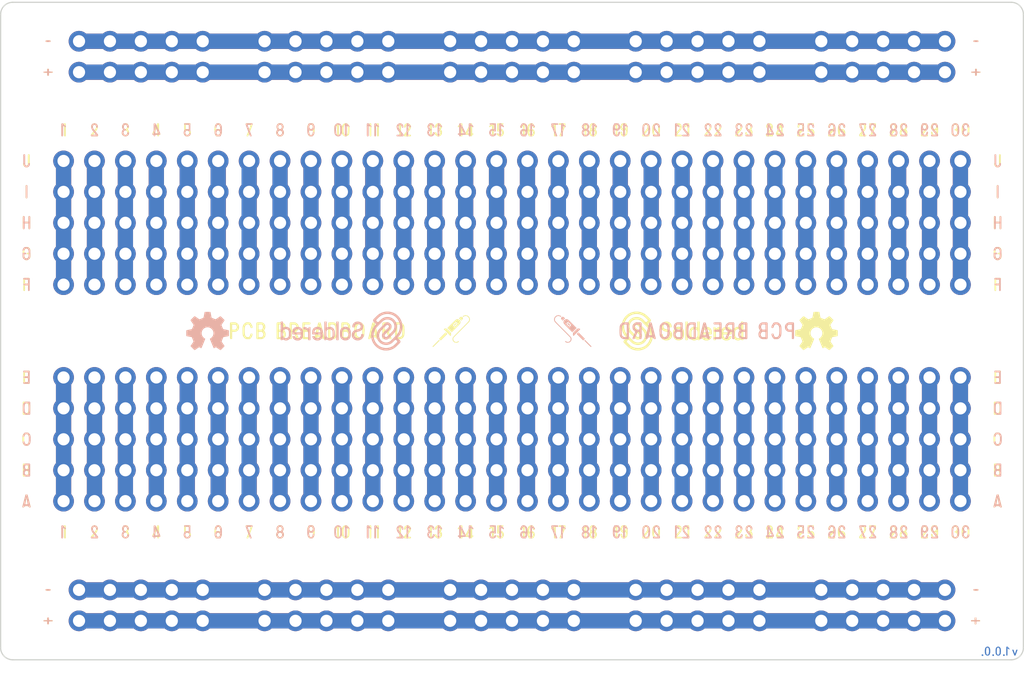
<source format=kicad_pcb>
(kicad_pcb (version 20210126) (generator pcbnew)
  (layers (0 "F.Cu" signal) (31 "B.Cu" signal) (34 "B.Paste" user) (35 "F.Paste" user) (36 "B.SilkS" user "B.Silkscreen") (37 "F.SilkS" user "F.Silkscreen") (38 "B.Mask" user) (39 "F.Mask" user) (44 "Edge.Cuts" user))
  (net 0 "")
  (net 1 "Net-(K1-Pad1)")
  (net 2 "Net-(K25-Pad1)")
  (net 3 "Net-(K10-Pad1)")
  (net 4 "Net-(K11-Pad1)")
  (net 5 "Net-(K12-Pad1)")
  (net 6 "Net-(K13-Pad1)")
  (net 7 "Net-(K14-Pad1)")
  (net 8 "Net-(K15-Pad1)")
  (net 9 "Net-(K16-Pad1)")
  (net 10 "Net-(K17-Pad1)")
  (net 11 "Net-(K18-Pad1)")
  (net 12 "Net-(K19-Pad1)")
  (net 13 "Net-(K20-Pad1)")
  (net 14 "Net-(K21-Pad1)")
  (net 15 "Net-(K22-Pad1)")
  (net 16 "Net-(K23-Pad1)")
  (net 17 "Net-(K24-Pad1)")
  (net 18 "Net-(K29-Pad1)")
  (net 19 "Net-(K30-Pad1)")
  (net 20 "Net-(K31-Pad1)")
  (net 21 "Net-(K32-Pad1)")
  (net 22 "Net-(K33-Pad1)")
  (net 23 "Net-(K34-Pad1)")
  (net 24 "Net-(K35-Pad1)")
  (net 25 "Net-(K36-Pad1)")
  (net 26 "Net-(K39-Pad1)")
  (net 27 "Net-(K40-Pad1)")
  (net 28 "Net-(K41-Pad1)")
  (net 29 "Net-(K42-Pad1)")
  (net 30 "Net-(K45-Pad1)")
  (net 31 "Net-(K46-Pad1)")
  (net 32 "Net-(K47-Pad1)")
  (net 33 "Net-(K48-Pad1)")
  (net 34 "Net-(K49-Pad1)")
  (net 35 "Net-(K50-Pad1)")
  (net 36 "Net-(K51-Pad1)")
  (net 37 "Net-(K52-Pad1)")
  (net 38 "Net-(K57-Pad1)")
  (net 39 "Net-(K58-Pad1)")
  (net 40 "Net-(K59-Pad1)")
  (net 41 "Net-(K60-Pad1)")
  (net 42 "Net-(K61-Pad1)")
  (net 43 "Net-(K62-Pad1)")
  (net 44 "Net-(K63-Pad1)")
  (net 45 "Net-(K64-Pad1)")
  (net 46 "Net-(K65-Pad1)")
  (net 47 "Net-(K66-Pad1)")
  (net 48 "Net-(K67-Pad1)")
  (net 49 "Net-(K68-Pad1)")
  (net 50 "Net-(K76-Pad1)")
  (net 51 "Net-(K26-Pad1)")
  (net 52 "Net-(K27-Pad1)")
  (net 53 "Net-(K28-Pad1)")
  (net 54 "Net-(K37-Pad1)")
  (net 55 "Net-(K38-Pad1)")
  (net 56 "Net-(K43-Pad1)")
  (net 57 "Net-(K44-Pad1)")
  (net 58 "Net-(K53-Pad1)")
  (net 59 "Net-(K54-Pad1)")
  (net 60 "Net-(K55-Pad1)")
  (net 61 "Net-(K56-Pad1)")
  (net 62 "Net-(K69-Pad1)")
  (net 63 "Net-(K70-Pad1)")
  (net 64 "Net-(K71-Pad1)")
  (footprint "e-radionica.com footprinti:HEADER_MALE_5X1" (layer "F.Cu") (at 139.79 134.29 90)
    (fp_text reference "K59")
    (fp_text value "HEADER_MALE_5X1")
  )
  (footprint "e-radionica.com footprinti:HEADER_MALE_5X1" (layer "F.Cu") (at 137.25 116.51 90)
    (fp_text reference "K28")
    (fp_text value "HEADER_MALE_5X1")
  )
  (footprint "buzzardLabel" (layer "F.Cu") (at 132.17 108.89)
    (fp_text reference "")
    (fp_text value "")
  )
  (footprint "buzzardLabel" (layer "F.Cu") (at 160.11 108.89)
    (fp_text reference "")
    (fp_text value "")
  )
  (footprint "buzzardLabel" (layer "F.Cu") (at 139.79 141.91)
    (fp_text reference "")
    (fp_text value "")
  )
  (footprint "e-radionica.com footprinti:HEADER_MALE_5X1" (layer "F.Cu") (at 142.33 116.51 90)
    (fp_text reference "K30")
    (fp_text value "HEADER_MALE_5X1")
  )
  (footprint "buzzardLabel" (layer "F.Cu") (at 92.8 101.6)
    (fp_text reference "")
    (fp_text value "")
  )
  (footprint "e-radionica.com footprinti:HEADER_MALE_5X1" (layer "F.Cu") (at 165.19 116.51 90)
    (fp_text reference "K39")
    (fp_text value "HEADER_MALE_5X1")
  )
  (footprint "buzzardLabel" (layer "F.Cu") (at 99.15 141.91)
    (fp_text reference "")
    (fp_text value "")
  )
  (footprint "e-radionica.com footprinti:HEADER_MALE_5X1" (layer "F.Cu") (at 149.95 134.29 90)
    (fp_text reference "K63")
    (fp_text value "HEADER_MALE_5X1")
  )
  (footprint "e-radionica.com footprinti:HEADER_MALE_5X1" (layer "F.Cu") (at 106.77 134.29 90)
    (fp_text reference "K46")
    (fp_text value "HEADER_MALE_5X1")
  )
  (footprint "e-radionica.com footprinti:HEADER_MALE_5X1" (layer "F.Cu") (at 155.03 116.51 90)
    (fp_text reference "K35")
    (fp_text value "HEADER_MALE_5X1")
  )
  (footprint "buzzardLabel" (layer "F.Cu") (at 165.19 108.89)
    (fp_text reference "")
    (fp_text value "")
  )
  (footprint "buzzardLabel" (layer "F.Cu") (at 168.97 149.2)
    (fp_text reference "")
    (fp_text value "")
  )
  (footprint "e-radionica.com footprinti:HEADER_MALE_5X1" (layer "F.Cu") (at 101.69 116.51 90)
    (fp_text reference "K14")
    (fp_text value "HEADER_MALE_5X1")
  )
  (footprint "buzzardLabel" (layer "F.Cu") (at 109.31 108.89)
    (fp_text reference "")
    (fp_text value "")
  )
  (footprint "buzzardLabel" (layer "F.Cu") (at 139.79 108.89)
    (fp_text reference "")
    (fp_text value "")
  )
  (footprint "e-radionica.com footprinti:HEADER_MALE_5X1" (layer "F.Cu") (at 146.14 104.14)
    (fp_text reference "K9")
    (fp_text value "HEADER_MALE_5X1")
  )
  (footprint "e-radionica.com footprinti:HEADER_MALE_5X1" (layer "F.Cu") (at 109.31 134.29 90)
    (fp_text reference "K47")
    (fp_text value "HEADER_MALE_5X1")
  )
  (footprint "e-radionica.com footprinti:HEADER_MALE_5X1" (layer "F.Cu") (at 132.17 134.29 90)
    (fp_text reference "K56")
    (fp_text value "HEADER_MALE_5X1")
  )
  (footprint "buzzardLabel" (layer "F.Cu") (at 91.022 131.75)
    (fp_text reference "")
    (fp_text value "")
  )
  (footprint "e-radionica.com footprinti:HEADER_MALE_5X1" (layer "F.Cu") (at 147.41 116.51 90)
    (fp_text reference "K32")
    (fp_text value "HEADER_MALE_5X1")
  )
  (footprint "e-radionica.com footprinti:HEADER_MALE_5X1" (layer "F.Cu") (at 127.09 134.29 90)
    (fp_text reference "K54")
    (fp_text value "HEADER_MALE_5X1")
  )
  (footprint "buzzardLabel" (layer "F.Cu") (at 92.8 146.66)
    (fp_text reference "")
    (fp_text value "")
  )
  (footprint "buzzardLabel" (layer "F.Cu") (at 91.022 116.51)
    (fp_text reference "")
    (fp_text value "")
  )
  (footprint "Soldered Graphics:Logo-Front-SolderedFULL-10mm" (layer "F.Cu") (at 144.9 125.4)
    (fp_text reference "G***" hide)
    (fp_text value "LOGO" hide)
  )
  (footprint "e-radionica.com footprinti:HEADER_MALE_5X1" (layer "F.Cu") (at 132.17 116.51 90)
    (fp_text reference "K26")
    (fp_text value "HEADER_MALE_5X1")
  )
  (footprint "buzzardLabel" (layer "F.Cu") (at 165.19 141.91)
    (fp_text reference "")
    (fp_text value "")
  )
  (footprint "e-radionica.com footprinti:HEADER_MALE_5X1" (layer "F.Cu") (at 111.85 116.51 90)
    (fp_text reference "K18")
    (fp_text value "HEADER_MALE_5X1")
  )
  (footprint "buzzardLabel" (layer "F.Cu") (at 169 101.6)
    (fp_text reference "")
    (fp_text value "")
  )
  (footprint "e-radionica.com footprinti:HEADER_MALE_5X1" (layer "F.Cu") (at 101.69 134.29 90)
    (fp_text reference "K44")
    (fp_text value "HEADER_MALE_5X1")
  )
  (footprint "buzzardLabel" (layer "F.Cu") (at 167.73 141.91)
    (fp_text reference "")
    (fp_text value "")
  )
  (footprint "buzzardLabel" (layer "F.Cu") (at 147.41 141.91)
    (fp_text reference "")
    (fp_text value "")
  )
  (footprint "buzzardLabel" (layer "F.Cu") (at 114.39 108.89)
    (fp_text reference "")
    (fp_text value "")
  )
  (footprint "buzzardLabel" (layer "F.Cu") (at 91.022 121.59)
    (fp_text reference "")
    (fp_text value "")
  )
  (footprint "buzzardLabel" (layer "F.Cu") (at 111.85 108.89)
    (fp_text reference "")
    (fp_text value "")
  )
  (footprint "buzzardLabel" (layer "F.Cu") (at 109.31 141.91)
    (fp_text reference "")
    (fp_text value "")
  )
  (footprint "buzzardLabel" (layer "F.Cu") (at 170.778 113.97)
    (fp_text reference "")
    (fp_text value "")
  )
  (footprint "buzzardLabel" (layer "F.Cu") (at 129.63 141.91)
    (fp_text reference "")
    (fp_text value "")
  )
  (footprint "e-radionica.com footprinti:HEADER_MALE_5X1" (layer "F.Cu") (at 104.23 116.51 90)
    (fp_text reference "K15")
    (fp_text value "HEADER_MALE_5X1")
  )
  (footprint "buzzardLabel" (layer "F.Cu") (at 149.95 141.91)
    (fp_text reference "")
    (fp_text value "")
  )
  (footprint "Soldered Graphics:Logo-Back-OSH-3.5mm" (layer "F.Cu") (at 105.9 125.4)
    (fp_text reference "G***" hide)
    (fp_text value "LOGO" hide)
  )
  (footprint "e-radionica.com footprinti:HEADER_MALE_5X1" (layer "F.Cu") (at 115.66 101.6)
    (fp_text reference "K2")
    (fp_text value "HEADER_MALE_5X1")
  )
  (footprint "e-radionica.com footprinti:HOLE_3.2mm" (layer "F.Cu") (at 98.9 125.4)
    (fp_text reference "H1" hide)
    (fp_text value "HOLE_3.2mm" hide)
  )
  (footprint "e-radionica.com footprinti:HEADER_MALE_5X1" (layer "F.Cu") (at 106.77 116.51 90)
    (fp_text reference "K16")
    (fp_text value "HEADER_MALE_5X1")
  )
  (footprint "e-radionica.com footprinti:HEADER_MALE_5X1" (layer "F.Cu") (at 99.15 116.51 90)
    (fp_text reference "K13")
    (fp_text value "HEADER_MALE_5X1")
  )
  (footprint "buzzardLabel" (layer "F.Cu") (at 124.55 141.91)
    (fp_text reference "")
    (fp_text value "")
  )
  (footprint "e-radionica.com footprinti:HOLE_3.2mm" (layer "F.Cu") (at 130.9 125.4)
    (fp_text reference "H3" hide)
    (fp_text value "HOLE_3.2mm" hide)
  )
  (footprint "buzzardLabel" (layer "F.Cu") (at 92.8 104.14)
    (fp_text reference "")
    (fp_text value "")
  )
  (footprint "buzzardLabel" (layer "F.Cu") (at 96.61 108.89)
    (fp_text reference "")
    (fp_text value "")
  )
  (footprint "buzzardLabel" (layer "F.Cu") (at 142.33 141.91)
    (fp_text reference "")
    (fp_text value "")
  )
  (footprint "buzzardLabel" (layer "F.Cu") (at 132.17 141.91)
    (fp_text reference "")
    (fp_text value "")
  )
  (footprint "buzzardLabel" (layer "F.Cu") (at 101.69 141.91)
    (fp_text reference "")
    (fp_text value "")
  )
  (footprint "e-radionica.com footprinti:HEADER_MALE_5X1" (layer "F.Cu") (at 160.11 116.51 90)
    (fp_text reference "K37")
    (fp_text value "HEADER_MALE_5X1")
  )
  (footprint "Soldered Graphics:Logo-Back-SolderedFULL-10mm" (layer "F.Cu") (at 116.9 125.4)
    (fp_text reference "G***" hide)
    (fp_text value "LOGO" hide)
  )
  (footprint "e-radionica.com footprinti:HEADER_MALE_5X1" (layer "F.Cu") (at 130.9 101.6)
    (fp_text reference "K3")
    (fp_text value "HEADER_MALE_5X1")
  )
  (footprint "buzzardLabel" (layer "F.Cu") (at 155.03 141.91)
    (fp_text reference "")
    (fp_text value "")
  )
  (footprint "e-radionica.com footprinti:HEADER_MALE_5X1" (layer "F.Cu") (at 130.9 146.66)
    (fp_text reference "K73")
    (fp_text value "HEADER_MALE_5X1")
  )
  (footprint "e-radionica.com footprinti:HEADER_MALE_5X1" (layer "F.Cu") (at 161.38 149.2)
    (fp_text reference "K80")
    (fp_text value "HEADER_MALE_5X1")
  )
  (footprint "e-radionica.com footprinti:HEADER_MALE_5X1" (layer "F.Cu") (at 124.55 116.51 90)
    (fp_text reference "K23")
    (fp_text value "HEADER_MALE_5X1")
  )
  (footprint "e-radionica.com footprinti:HEADER_MALE_5X1" (layer "F.Cu") (at 162.65 134.29 90)
    (fp_text reference "K68")
    (fp_text value "HEADER_MALE_5X1")
  )
  (footprint "e-radionica.com footprinti:HEADER_MALE_5X1" (layer "F.Cu") (at 161.38 101.6)
    (fp_text reference "K5")
    (fp_text value "HEADER_MALE_5X1")
  )
  (footprint "e-radionica.com footprinti:HEADER_MALE_5X1" (layer "F.Cu") (at 134.71 116.51 90)
    (fp_text reference "K27")
    (fp_text value "HEADER_MALE_5X1")
  )
  (footprint "buzzardLabel" (layer "F.Cu") (at 157.57 108.89)
    (fp_text reference "")
    (fp_text value "")
  )
  (footprint "e-radionica.com footprinti:HEADER_MALE_5X1" (layer "F.Cu") (at 152.49 134.29 90)
    (fp_text reference "K64")
    (fp_text value "HEADER_MALE_5X1")
  )
  (footprint "buzzardLabel" (layer "F.Cu") (at 170.778 116.51)
    (fp_text reference "")
    (fp_text value "")
  )
  (footprint "buzzardLabel" (layer "F.Cu") (at 169 146.66)
    (fp_text reference "")
    (fp_text value "")
  )
  (footprint "e-radionica.com footprinti:HEADER_MALE_5X1" (layer "F.Cu") (at 129.63 116.51 90)
    (fp_text reference "K25")
    (fp_text value "HEADER_MALE_5X1")
  )
  (footprint "buzzardLabel" (layer "F.Cu") (at 106.77 141.91)
    (fp_text reference "")
    (fp_text value "")
  )
  (footprint "e-radionica.com footprinti:HEADER_MALE_5X1" (layer "F.Cu") (at 157.57 116.51 90)
    (fp_text reference "K36")
    (fp_text value "HEADER_MALE_5X1")
  )
  (footprint "buzzardLabel" (layer "F.Cu") (at 147.41 108.89)
    (fp_text reference "")
    (fp_text value "")
  )
  (footprint "e-radionica.com footprinti:HEADER_MALE_5X1" (layer "F.Cu") (at 119.47 116.51 90)
    (fp_text reference "K21")
    (fp_text value "HEADER_MALE_5X1")
  )
  (footprint "buzzardLabel" (layer "F.Cu") (at 91.022 129.21)
    (fp_text reference "")
    (fp_text value "")
  )
  (footprint "buzzardLabel" (layer "F.Cu") (at 91.022 134.29)
    (fp_text reference "")
    (fp_text value "")
  )
  (footprint "buzzardLabel" (layer "F.Cu") (at 160.11 141.91)
    (fp_text reference "")
    (fp_text value "")
  )
  (footprint "e-radionica.com footprinti:HEADER_MALE_5X1" (layer "F.Cu") (at 100.42 101.6)
    (fp_text reference "K1")
    (fp_text value "HEADER_MALE_5X1")
  )
  (footprint "e-radionica.com footprinti:HEADER_MALE_5X1" (layer "F.Cu") (at 146.14 149.2)
    (fp_text reference "K79")
    (fp_text value "HEADER_MALE_5X1")
  )
  (footprint "e-radionica.com footprinti:HEADER_MALE_5X1" (layer "F.Cu") (at 100.42 104.14)
    (fp_text reference "K6")
    (fp_text value "HEADER_MALE_5X1")
  )
  (footprint "buzzardLabel" (layer "F.Cu") (at 170.778 131.75)
    (fp_text reference "")
    (fp_text value "")
  )
  (footprint "buzzardLabel" (layer "F.Cu") (at 149.95 108.89)
    (fp_text reference "")
    (fp_text value "")
  )
  (footprint "e-radionica.com footprinti:HEADER_MALE_5X1" (layer "F.Cu") (at 119.47 134.29 90)
    (fp_text reference "K51")
    (fp_text value "HEADER_MALE_5X1")
  )
  (footprint "e-radionica.com footprinti:HEADER_MALE_5X1" (layer "F.Cu") (at 94.07 134.29 90)
    (fp_text reference "K41")
    (fp_text value "HEADER_MALE_5X1")
  )
  (footprint "e-radionica.com footprinti:HEADER_MALE_5X1" (layer "F.Cu") (at 104.23 134.29 90)
    (fp_text reference "K45")
    (fp_text value "HEADER_MALE_5X1")
  )
  (footprint "buzzardLabel" (layer "F.Cu") (at 122.01 108.89)
    (fp_text reference "")
    (fp_text value "")
  )
  (footprint "e-radionica.com footprinti:HEADER_MALE_5X1" (layer "F.Cu") (at 167.73 116.51 90)
    (fp_text reference "K40")
    (fp_text value "HEADER_MALE_5X1")
  )
  (footprint "Soldered Graphics:Logo-Front-OSH-3.5mm" (layer "F.Cu") (at 155.9 125.4)
    (fp_text reference "G***" hide)
    (fp_text value "LOGO" hide)
  )
  (footprint "e-radionica.com footprinti:HOLE_3.2mm" (layer "F.Cu") (at 162.9 125.4)
    (fp_text reference "H2" hide)
    (fp_text value "HOLE_3.2mm" hide)
  )
  (footprint "buzzardLabel" (layer "F.Cu") (at 129.63 108.89)
    (fp_text reference "")
    (fp_text value "")
  )
  (footprint "e-radionica.com footprinti:HEADER_MALE_5X1" (layer "F.Cu") (at 94.07 116.51 90)
    (fp_text reference "K11")
    (fp_text value "HEADER_MALE_5X1")
  )
  (footprint "e-radionica.com footprinti:HEADER_MALE_5X1" (layer "F.Cu") (at 144.87 116.51 90)
    (fp_text reference "K31")
    (fp_text value "HEADER_MALE_5X1")
  )
  (footprint "Soldered Graphics:Symbol-Front-Soldering" (layer "F.Cu") (at 125.9 125.4)
    (fp_text reference "G***" hide)
    (fp_text value "LOGO" hide)
  )
  (footprint "buzzardLabel" (layer "F.Cu") (at 170.778 129.21)
    (fp_text reference "")
    (fp_text value "")
  )
  (footprint "e-radionica.com footprinti:HEADER_MALE_5X1" (layer "F.Cu") (at 99.15 134.29 90)
    (fp_text reference "K43")
    (fp_text value "HEADER_MALE_5X1")
  )
  (footprint "buzzardLabel" (layer "F.Cu") (at 116.93 108.89)
    (fp_text reference "")
    (fp_text value "")
  )
  (footprint "e-radionica.com footprinti:HEADER_MALE_5X1" (layer "F.Cu") (at 115.66 146.66)
    (fp_text reference "K72")
    (fp_text value "HEADER_MALE_5X1")
  )
  (footprint "e-radionica.com footprinti:HEADER_MALE_5X1" (layer "F.Cu") (at 149.95 116.51 90)
    (fp_text reference "K33")
    (fp_text value "HEADER_MALE_5X1")
  )
  (footprint "buzzardLabel" (layer "F.Cu") (at 152.49 141.91)
    (fp_text reference "")
    (fp_text value "")
  )
  (footprint "buzzardLabel" (layer "F.Cu") (at 92.8 149.2)
    (fp_text reference "")
    (fp_text value "")
  )
  (footprint "buzzardLabel" (layer "F.Cu") (at 119.47 141.91)
    (fp_text reference "")
    (fp_text value "")
  )
  (footprint "buzzardLabel" (layer "F.Cu") (at 111.85 141.91)
    (fp_text reference "")
    (fp_text value "")
  )
  (footprint "e-radionica.com footprinti:HEADER_MALE_5X1" (layer "F.Cu") (at 129.63 134.29 90)
    (fp_text reference "K55")
    (fp_text value "HEADER_MALE_5X1")
  )
  (footprint "e-radionica.com footprinti:HEADER_MALE_5X1" (layer "F.Cu") (at 124.55 134.29 90)
    (fp_text reference "K53")
    (fp_text value "HEADER_MALE_5X1")
  )
  (footprint "buzzardLabel" (layer "F.Cu") (at 127.09 108.89)
    (fp_text reference "")
    (fp_text value "")
  )
  (footprint "e-radionica.com footprinti:HEADER_MALE_5X1" (layer "F.Cu") (at 134.71 134.29 90)
    (fp_text reference "K57")
    (fp_text value "HEADER_MALE_5X1")
  )
  (footprint "buzzardLabel" (layer "F.Cu") (at 170.778 121.59)
    (fp_text reference "")
    (fp_text value "")
  )
  (footprint "e-radionica.com footprinti:HEADER_MALE_5X1" (layer "F.Cu") (at 161.38 104.14)
    (fp_text reference "K10")
    (fp_text value "HEADER_MALE_5X1")
  )
  (footprint "buzzardLabel" (layer "F.Cu") (at 170.778 139.37)
    (fp_text reference "")
    (fp_text value "")
  )
  (footprint "e-radionica.com footprinti:HEADER_MALE_5X1" (layer "F.Cu") (at 130.9 104.14)
    (fp_text reference "K8")
    (fp_text value "HEADER_MALE_5X1")
  )
  (footprint "buzzardLabel" (layer "F.Cu") (at 101.69 108.89)
    (fp_text reference "")
    (fp_text value "")
  )
  (footprint "e-radionica.com footprinti:HEADER_MALE_5X1" (layer "F.Cu") (at 115.66 104.14)
    (fp_text reference "K7")
    (fp_text value "HEADER_MALE_5X1")
  )
  (footprint "e-radionica.com footprinti:HEADER_MALE_5X1" (layer "F.Cu") (at 127.09 116.51 90)
    (fp_text reference "K24")
    (fp_text value "HEADER_MALE_5X1")
  )
  (footprint "e-radionica.com footprinti:HEADER_MALE_5X1" (layer "F.Cu") (at 114.39 116.51 90)
    (fp_text reference "K19")
    (fp_text value "HEADER_MALE_5X1")
  )
  (footprint "e-radionica.com footprinti:HEADER_MALE_5X1" (layer "F.Cu") (at 114.39 134.29 90)
    (fp_text reference "K49")
    (fp_text value "HEADER_MALE_5X1")
  )
  (footprint "buzzardLabel" (layer "F.Cu") (at 124.55 108.89)
    (fp_text reference "")
    (fp_text value "")
  )
  (footprint "buzzardLabel" (layer "F.Cu") (at 94.07 141.91)
    (fp_text reference "")
    (fp_text value "")
  )
  (footprint "buzzardLabel" (layer "F.Cu") (at 170.778 119.05)
    (fp_text reference "")
    (fp_text value "")
  )
  (footprint "buzzardLabel" (layer "F.Cu") (at 91.022 136.83)
    (fp_text reference "")
    (fp_text value "")
  )
  (footprint "buzzardLabel" (layer "F.Cu") (at 134.71 108.89)
    (fp_text reference "")
    (fp_text value "")
  )
  (footprint "e-radionica.com footprinti:HEADER_MALE_5X1" (layer "F.Cu") (at 167.73 134.29 90)
    (fp_text reference "K70")
    (fp_text value "HEADER_MALE_5X1")
  )
  (footprint "buzzardLabel" (layer "F.Cu") (at 169 104.14)
    (fp_text reference "")
    (fp_text value "")
  )
  (footprint "buzzardLabel" (layer "F.Cu") (at 91.022 139.37)
    (fp_text reference "")
    (fp_text value "")
  )
  (footprint "buzzardLabel" (layer "F.Cu") (at 91.022 111.43)
    (fp_text reference "")
    (fp_text value "")
  )
  (footprint "buzzardLabel" (layer "F.Cu") (at 170.778 136.83)
    (fp_text reference "")
    (fp_text value "")
  )
  (footprint "e-radionica.com footprinti:HEADER_MALE_5X1" (layer "F.Cu") (at 130.9 149.2)
    (fp_text reference "K78")
    (fp_text value "HEADER_MALE_5X1")
  )
  (footprint "buzzardLabel" (layer "F.Cu") (at 142.33 108.89)
    (fp_text reference "")
    (fp_text value "")
  )
  (footprint "buzzardLabel" (layer "F.Cu") (at 157.57 141.91)
    (fp_text reference "")
    (fp_text value "")
  )
  (footprint "buzzardLabel" (layer "F.Cu") (at 170.778 134.29)
    (fp_text reference "")
    (fp_text value "")
  )
  (footprint "buzzardLabel" (layer "F.Cu") (at 144.87 141.91)
    (fp_text reference "")
    (fp_text value "")
  )
  (footprint "e-radionica.com footprinti:HEADER_MALE_5X1" (layer "F.Cu") (at 100.42 146.66)
    (fp_text reference "K71")
    (fp_text value "HEADER_MALE_5X1")
  )
  (footprint "e-radionica.com footprinti:HEADER_MALE_5X1" (layer "F.Cu") (at 139.79 116.51 90)
    (fp_text reference "K29")
    (fp_text value "HEADER_MALE_5X1")
  )
  (footprint "e-radionica.com footprinti:HEADER_MALE_5X1" (layer "F.Cu") (at 144.87 134.29 90)
    (fp_text reference "K61")
    (fp_text value "HEADER_MALE_5X1")
  )
  (footprint "buzzardLabel" (layer "F.Cu") (at 114.39 141.91)
    (fp_text reference "")
    (fp_text value "")
  )
  (footprint "buzzardLabel" (layer "F.Cu") (at 114.9 125.4)
    (fp_text reference "")
    (fp_text value "")
  )
  (footprint "buzzardLabel" (layer "F.Cu") (at 96.61 141.91)
    (fp_text reference "")
    (fp_text value "")
  )
  (footprint "buzzardLabel" (layer "F.Cu") (at 144.87 108.89)
    (fp_text reference "")
    (fp_text value "")
  )
  (footprint "e-radionica.com footprinti:HEADER_MALE_5X1" (layer "F.Cu") (at 146.14 146.66)
    (fp_text reference "K74")
    (fp_text value "HEADER_MALE_5X1")
  )
  (footprint "e-radionica.com footprinti:HEADER_MALE_5X1" (layer "F.Cu") (at 161.38 146.66)
    (fp_text reference "K75")
    (fp_text value "HEADER_MALE_5X1")
  )
  (footprint "buzzardLabel" (layer "F.Cu") (at 106.77 108.89)
    (fp_text reference "")
    (fp_text value "")
  )
  (footprint "e-radionica.com footprinti:HEADER_MALE_5X1" (layer "F.Cu") (at 147.41 134.29 90)
    (fp_text reference "K62")
    (fp_text value "HEADER_MALE_5X1")
  )
  (footprint "e-radionica.com footprinti:HEADER_MALE_5X1" (layer "F.Cu") (at 142.33 134.29 90)
    (fp_text reference "K60")
    (fp_text value "HEADER_MALE_5X1")
  )
  (footprint "e-radionica.com footprinti:HEADER_MALE_5X1" (layer "F.Cu") (at 96.61 134.29 90)
    (fp_text reference "K42")
    (fp_text value "HEADER_MALE_5X1")
  )
  (footprint "buzzardLabel" (layer "F.Cu") (at 152.49 108.89)
    (fp_text reference "")
    (fp_text value "")
  )
  (footprint "e-radionica.com footprinti:HEADER_MALE_5X1" (layer "F.Cu") (at 137.25 134.29 90)
    (fp_text reference "K58")
    (fp_text value "HEADER_MALE_5X1")
  )
  (footprint "buzzardLabel" (layer "F.Cu") (at 119.47 108.89)
    (fp_text reference "")
    (fp_text value "")
  )
  (footprint "buzzardLabel" (layer "F.Cu") (at 99.15 108.89)
    (fp_text reference "")
    (fp_text value "")
  )
  (footprint "buzzardLabel" (layer "F.Cu") (at 162.65 108.89)
    (fp_text reference "")
    (fp_text value "")
  )
  (footprint "e-radionica.com footprinti:HEADER_MALE_5X1" (layer "F.Cu") (at 100.42 149.2)
    (fp_text reference "K76")
    (fp_text value "HEADER_MALE_5X1")
  )
  (footprint "e-radionica.com footprinti:HEADER_MALE_5X1" (layer "F.Cu") (at 109.31 116.51 90)
    (fp_text reference "K17")
    (fp_text value "HEADER_MALE_5X1")
  )
  (footprint "buzzardLabel" (layer "F.Cu") (at 91.022 119.05)
    (fp_text reference "")
    (fp_text value "")
  )
  (footprint "buzzardLabel" (layer "F.Cu") (at 127.09 141.91)
    (fp_text reference "")
    (fp_text value "")
  )
  (footprint "e-radionica.com footprinti:HEADER_MALE_5X1" (layer "F.Cu") (at 157.57 134.29 90)
    (fp_text reference "K66")
    (fp_text value "HEADER_MALE_5X1")
  )
  (footprint "e-radionica.com footprinti:HEADER_MALE_5X1" (layer "F.Cu") (at 152.49 116.51 90)
    (fp_text reference "K34")
    (fp_text value "HEADER_MALE_5X1")
  )
  (footprint "buzzardLabel" (layer "F.Cu") (at 116.93 141.91)
    (fp_text reference "")
    (fp_text value "")
  )
  (footprint "e-radionica.com footprinti:HEADER_MALE_5X1" (layer "F.Cu") (at 155.03 134.29 90)
    (fp_text reference "K65")
    (fp_text value "HEADER_MALE_5X1")
  )
  (footprint "e-radionica.com footprinti:HEADER_MALE_5X1" (layer "F.Cu") (at 146.14 101.6)
    (fp_text reference "K4")
    (fp_text value "HEADER_MALE_5X1")
  )
  (footprint "buzzardLabel" (layer "F.Cu") (at 122.01 141.91)
    (fp_text reference "")
    (fp_text value "")
  )
  (footprint "buzzardLabel" (layer "F.Cu") (at 134.71 141.91)
    (fp_text reference "")
    (fp_text value "")
  )
  (footprint "buzzardLabel" (layer "F.Cu") (at 167.73 108.89)
    (fp_text reference "")
    (fp_text value "")
  )
  (footprint "buzzardLabel" (layer "F.Cu") (at 104.23 141.91)
    (fp_text reference "")
    (fp_text value "")
  )
  (footprint "e-radionica.com footprinti:HEADER_MALE_5X1" (layer "F.Cu") (at 165.19 134.29 90)
    (fp_text reference "K69")
    (fp_text value "HEADER_MALE_5X1")
  )
  (footprint "e-radionica.com footprinti:HEADER_MALE_5X1" (layer "F.Cu") (at 122.01 116.51 90)
    (fp_text reference "K22")
    (fp_text value "HEADER_MALE_5X1")
  )
  (footprint "e-radionica.com footprinti:HEADER_MALE_5X1" (layer "F.Cu") (at 160.11 134.29 90)
    (fp_text reference "K67")
    (fp_text value "HEADER_MALE_5X1")
  )
  (footprint "e-radionica.com footprinti:HEADER_MALE_5X1" (layer "F.Cu") (at 96.61 116.51 90)
    (fp_text reference "K12")
    (fp_text value "HEADER_MALE_5X1")
  )
  (footprint "e-radionica.com footprinti:HEADER_MALE_5X1" (layer "F.Cu") (at 116.93 134.29 90)
    (fp_text reference "K50")
    (fp_text value "HEADER_MALE_5X1")
  )
  (footprint "e-radionica.com footprinti:HEADER_MALE_5X1" (layer "F.Cu") (at 162.65 116.51 90)
    (fp_text reference "K38")
    (fp_text value "HEADER_MALE_5X1")
  )
  (footprint "buzzardLabel" (layer "F.Cu") (at 155.03 108.89)
    (fp_text reference "")
    (fp_text value "")
  )
  (footprint "e-radionica.com footprinti:HEADER_MALE_5X1" (layer "F.Cu") (at 116.93 116.51 90)
    (fp_text reference "K20")
    (fp_text value "HEADER_MALE_5X1")
  )
  (footprint "e-radionica.com footprinti:HEADER_MALE_5X1" (layer "F.Cu") (at 111.85 134.29 90)
    (fp_text reference "K48")
    (fp_text value "HEADER_MALE_5X1")
  )
  (footprint "buzzardLabel" (layer "F.Cu") (at 137.25 108.89)
    (fp_text reference "")
    (fp_text value "")
  )
  (footprint "buzzardLabel" (layer "F.Cu") (at 162.65 141.91)
    (fp_text reference "")
    (fp_text value "")
  )
  (footprint "buzzardLabel" (layer "F.Cu") (at 104.23 108.89)
    (fp_text reference "")
    (fp_text value "")
  )
  (footprint "buzzardLabel" (layer "F.Cu") (at 170.778 111.43)
    (fp_text reference "")
    (fp_text value "")
  )
  (footprint "buzzardLabel" (layer "F.Cu") (at 137.25 141.91)
    (fp_text reference "")
    (fp_text value "")
  )
  (footprint "e-radionica.com footprinti:HEADER_MALE_5X1" (layer "F.Cu") (at 115.66 149.2)
    (fp_text reference "K77")
    (fp_text value "HEADER_MALE_5X1")
  )
  (footprint "buzzardLabel" (layer "F.Cu") (at 94.07 108.89)
    (fp_text reference "")
    (fp_text value "")
  )
  (footprint "e-radionica.com footprinti:HEADER_MALE_5X1" (layer "F.Cu") (at 122.01 134.29 90)
    (fp_text reference "K52")
    (fp_text value "HEADER_MALE_5X1")
  )
  (footprint "buzzardLabel" (layer "F.Cu") (at 91.022 113.97)
    (fp_text reference "")
    (fp_text value "")
  )
  (footprint "buzzardLabel" (layer "B.Cu") (at 142.33 108.89 180)
    (fp_text reference "")
    (fp_text value "")
  )
  (footprint "buzzardLabel" (layer "B.Cu") (at 101.69 141.91 180)
    (fp_text reference "")
    (fp_text value "")
  )
  (footprint "buzzardLabel" (layer "B.Cu") (at 170.788 121.59 180)
    (fp_text reference "")
    (fp_text value "")
  )
  (footprint "buzzardLabel" (layer "B.Cu") (at 168.97 149.2 180)
    (fp_text reference "")
    (fp_text value "")
  )
  (footprint "buzzardLabel" (layer "B.Cu") (at 155.03 108.89 180)
    (fp_text reference "")
    (fp_text value "")
  )
  (footprint "buzzardLabel" (layer "B.Cu") (at 106.77 108.89 180)
    (fp_text reference "")
    (fp_text value "")
  )
  (footprint "buzzardLabel" (layer "B.Cu") (at 157.57 108.89 180)
    (fp_text reference "")
    (fp_text value "")
  )
  (footprint "buzzardLabel" (layer "B.Cu") (at 91.032 111.43 180)
    (fp_text reference "")
    (fp_text value "")
  )
  (footprint "buzzardLabel" (layer "B.Cu") (at 157.57 141.91 180)
    (fp_text reference "")
    (fp_text value "")
  )
  (footprint "buzzardLabel" (layer "B.Cu") (at 142.33 141.91 180)
    (fp_text reference "")
    (fp_text value "")
  )
  (footprint "buzzardLabel" (layer "B.Cu") (at 170.788 119.05 180)
    (fp_text reference "")
    (fp_text value "")
  )
  (footprint "buzzardLabel" (layer "B.Cu") (at 111.85 141.91 180)
    (fp_text reference "")
    (fp_text value "")
  )
  (footprint "buzzardLabel" (layer "B.Cu") (at 109.31 141.91 180)
    (fp_text reference "")
    (fp_text value "")
  )
  (footprint "buzzardLabel" (layer "B.Cu") (at 169 146.66 180)
    (fp_text reference "")
    (fp_text value "")
  )
  (footprint "buzzardLabel" (layer "B.Cu") (at 99.15 108.89 180)
    (fp_text reference "")
    (fp_text value "")
  )
  (footprint "buzzardLabel" (layer "B.Cu") (at 101.69 108.89 180)
    (fp_text reference "")
    (fp_text value "")
  )
  (footprint "buzzardLabel" (layer "B.Cu") (at 147.41 141.91 180)
    (fp_text reference "")
    (fp_text value "")
  )
  (footprint "buzzardLabel" (layer "B.Cu") (at 94.07 141.91 180)
    (fp_text reference "")
    (fp_text value "")
  )
  (footprint "buzzardLabel" (layer "B.Cu") (at 160.11 108.89 180)
    (fp_text reference "")
    (fp_text value "")
  )
  (footprint "buzzardLabel" (layer "B.Cu") (at 165.19 141.91 180)
    (fp_text reference "")
    (fp_text value "")
  )
  (footprint "buzzardLabel" (layer "B.Cu") (at 109.31 108.89 180)
    (fp_text reference "")
    (fp_text value "")
  )
  (footprint "buzzardLabel" (layer "B.Cu") (at 170.788 134.29 180)
    (fp_text reference "")
    (fp_text value "")
  )
  (footprint "buzzardLabel" (layer "B.Cu") (at 116.93 141.91 180)
    (fp_text reference "")
    (fp_text value "")
  )
  (footprint "buzzardLabel" (layer "B.Cu") (at 91.032 129.21 180)
    (fp_text reference "")
    (fp_text value "")
  )
  (footprint "buzzardLabel" (layer "B.Cu") (at 170.788 113.97 180)
    (fp_text reference "")
    (fp_text value "")
  )
  (footprint "buzzardLabel" (layer "B.Cu") (at 92.8 149.2 180)
    (fp_text reference "")
    (fp_text value "")
  )
  (footprint "buzzardLabel" (layer "B.Cu") (at 169 101.6 180)
    (fp_text reference "")
    (fp_text value "")
  )
  (footprint "buzzardLabel" (layer "B.Cu") (at 162.65 108.89 180)
    (fp_text reference "")
    (fp_text value "")
  )
  (footprint "buzzardLabel" (layer "B.Cu") (at 92.8 146.66 180)
    (fp_text reference "")
    (fp_text value "")
  )
  (footprint "buzzardLabel" (layer "B.Cu") (at 137.25 141.91 180)
    (fp_text reference "")
    (fp_text value "")
  )
  (footprint "buzzardLabel" (layer "B.Cu") (at 104.23 108.89 180)
    (fp_text reference "")
    (fp_text value "")
  )
  (footprint "buzzardLabel" (layer "B.Cu") (at 170.788 139.37 180)
    (fp_text reference "")
    (fp_text value "")
  )
  (footprint "buzzardLabel" (layer "B.Cu") (at 96.61 108.89 180)
    (fp_text reference "")
    (fp_text value "")
  )
  (footprint "buzzardLabel" (layer "B.Cu") (at 139.79 141.91 180)
    (fp_text reference "")
    (fp_text value "")
  )
  (footprint "buzzardLabel" (layer "B.Cu") (at 147.41 108.89 180)
    (fp_text reference "")
    (fp_text value "")
  )
  (footprint "buzzardLabel" (layer "B.Cu") (at 149.95 108.89 180)
    (fp_text reference "")
    (fp_text value "")
  )
  (footprint "buzzardLabel" (layer "B.Cu") (at 134.71 108.89 180)
    (fp_text reference "")
    (fp_text value "")
  )
  (footprint "buzzardLabel" (layer "B.Cu") (at 155.03 141.91 180)
    (fp_text reference "")
    (fp_text value "")
  )
  (footprint "buzzardLabel" (layer "B.Cu") (at 127.09 141.91 180)
    (fp_text reference "")
    (fp_text value "")
  )
  (footprint "buzzardLabel" (layer "B.Cu") (at 132.17 108.89 180)
    (fp_text reference "")
    (fp_text value "")
  )
  (footprint "buzzardLabel" (layer "B.Cu") (at 116.93 108.89 180)
    (fp_text reference "")
    (fp_text value "")
  )
  (footprint "buzzardLabel" (layer "B.Cu") (at 122.01 141.91 180)
    (fp_text reference "")
    (fp_text value "")
  )
  (footprint "buzzardLabel" (layer "B.Cu") (at 149.95 141.91 180)
    (fp_text reference "")
    (fp_text value "")
  )
  (footprint "buzzardLabel" (layer "B.Cu") (at 114.39 108.89 180)
    (fp_text reference "")
    (fp_text value "")
  )
  (footprint "buzzardLabel" (layer "B.Cu") (at 167.73 108.89 180)
    (fp_text reference "")
    (fp_text value "")
  )
  (footprint "buzzardLabel" (layer "B.Cu") (at 104.23 141.91 180)
    (fp_text reference "")
    (fp_text value "")
  )
  (footprint "buzzardLabel" (layer "B.Cu") (at 91.032 116.51 180)
    (fp_text reference "")
    (fp_text value "")
  )
  (footprint "buzzardLabel" (layer "B.Cu") (at 91.032 121.59 180)
    (fp_text reference "")
    (fp_text value "")
  )
  (footprint "buzzardLabel" (layer "B.Cu") (at 152.49 108.89 180)
    (fp_text reference "")
    (fp_text value "")
  )
  (footprint "buzzardLabel" (layer "B.Cu") (at 165.19 108.89 180)
    (fp_text reference "")
    (fp_text value "")
  )
  (footprint "buzzardLabel" (layer "B.Cu") (at 129.63 108.89 180)
    (fp_text reference "")
    (fp_text value "")
  )
  (footprint "buzzardLabel" (layer "B.Cu") (at 91.032 131.75 180)
    (fp_text reference "")
    (fp_text value "")
  )
  (footprint "Soldered Graphics:Symbol-Front-Soldering" (layer "B.Cu") (at 135.9 125.4 180)
    (fp_text reference "G***" hide)
    (fp_text value "LOGO" hide)
  )
  (footprint "buzzardLabel" (layer "B.Cu") (at 106.77 141.91 180)
    (fp_text reference "")
    (fp_text value "")
  )
  (footprint "buzzardLabel" (layer "B.Cu") (at 122.01 108.89 180)
    (fp_text reference "")
    (fp_text value "")
  )
  (footprint "buzzardLabel" (layer "B.Cu") (at 170.788 136.83 180)
    (fp_text reference "")
    (fp_text value "")
  )
  (footprint "buzzardLabel" (layer "B.Cu") (at 124.55 141.91 180)
    (fp_text reference "")
    (fp_text value "")
  )
  (footprint "buzzardLabel" (layer "B.Cu") (at 127.09 108.89 180)
    (fp_text reference "")
    (fp_text value "")
  )
  (footprint "buzzardLabel" (layer "B.Cu") (at 170.788 129.21 180)
    (fp_text reference "")
    (fp_text value "")
  )
  (footprint "buzzardLabel" (layer "B.Cu") (at 132.17 141.91 180)
    (fp_text reference "")
    (fp_text value "")
  )
  (footprint "Soldered Graphics:Version1.0.0." (layer "B.Cu") (at 170.9 151.7 180)
    (fp_text reference "")
    (fp_text value "")
  )
  (footprint "buzzardLabel" (layer "B.Cu") (at 170.788 116.51 180)
    (fp_text reference "")
    (fp_text value "")
  )
  (footprint "buzzardLabel" (layer "B.Cu") (at 144.87 108.89 180)
    (fp_text reference "")
    (fp_text value "")
  )
  (footprint "buzzardLabel" (layer "B.Cu") (at 114.39 141.91 180)
    (fp_text reference "")
    (fp_text value "")
  )
  (footprint "buzzardLabel" (layer "B.Cu") (at 170.788 111.43 180)
    (fp_text reference "")
    (fp_text value "")
  )
  (footprint "buzzardLabel" (layer "B.Cu") (at 134.71 141.91 180)
    (fp_text reference "")
    (fp_text value "")
  )
  (footprint "buzzardLabel" (layer "B.Cu") (at 129.63 141.91 180)
    (fp_text reference "")
    (fp_text value "")
  )
  (footprint "buzzardLabel" (layer "B.Cu") (at 91.032 134.29 180)
    (fp_text reference "")
    (fp_text value "")
  )
  (footprint "buzzardLabel" (layer "B.Cu") (at 144.87 141.91 180)
    (fp_text reference "")
    (fp_text value "")
  )
  (footprint "buzzardLabel" (layer "B.Cu") (at 152.49 141.91 180)
    (fp_text reference "")
    (fp_text value "")
  )
  (footprint "buzzardLabel" (layer "B.Cu") (at 94.07 108.89 180)
    (fp_text reference "")
    (fp_text value "")
  )
  (footprint "buzzardLabel" (layer "B.Cu") (at 91.032 139.37 180)
    (fp_text reference "")
    (fp_text value "")
  )
  (footprint "buzzardLabel" (layer "B.Cu") (at 162.65 141.91 180)
    (fp_text reference "")
    (fp_text value "")
  )
  (footprint "buzzardLabel" (layer "B.Cu") (at 119.47 141.91 180)
    (fp_text reference "")
    (fp_text value "")
  )
  (footprint "buzzardLabel" (layer "B.Cu") (at 91.032 136.83 180)
    (fp_text reference "")
    (fp_text value "")
  )
  (footprint "buzzardLabel" (layer "B.Cu") (at 91.032 119.05 180)
    (fp_text reference "")
    (fp_text value "")
  )
  (footprint "buzzardLabel" (layer "B.Cu") (at 92.8 101.6 180)
    (fp_text reference "")
    (fp_text value "")
  )
  (footprint "buzzardLabel" (layer "B.Cu") (at 99.15 141.91 180)
    (fp_text reference "")
    (fp_text value "")
  )
  (footprint "buzzardLabel" (layer "B.Cu") (at 169 104.14 180)
    (fp_text reference "")
    (fp_text value "")
  )
  (footprint "buzzardLabel" (layer "B.Cu") (at 139.79 108.89 180)
    (fp_text reference "")
    (fp_text value "")
  )
  (footprint "buzzardLabel" (layer "B.Cu") (at 111.85 108.89 180)
    (fp_text reference "")
    (fp_text value "")
  )
  (footprint "buzzardLabel" (layer "B.Cu") (at 146.9 125.4 180)
    (fp_text reference "")
    (fp_text value "")
  )
  (footprint "buzzardLabel" (layer "B.Cu") (at 167.73 141.91 180)
    (fp_text reference "")
    (fp_text value "")
  )
  (footprint "buzzardLabel" (layer "B.Cu") (at 119.47 108.89 180)
    (fp_text reference "")
    (fp_text value "")
  )
  (footprint "buzzardLabel" (layer "B.Cu") (at 96.61 141.91 180)
    (fp_text reference "")
    (fp_text value "")
  )
  (footprint "buzzardLabel" (layer "B.Cu") (at 160.11 141.91 180)
    (fp_text reference "")
    (fp_text value "")
  )
  (footprint "buzzardLabel" (layer "B.Cu") (at 91.032 113.97 180)
    (fp_text reference "")
    (fp_text value "")
  )
  (footprint "buzzardLabel" (layer "B.Cu") (at 124.55 108.89 180)
    (fp_text reference "")
    (fp_text value "")
  )
  (footprint "buzzardLabel" (layer "B.Cu") (at 170.788 131.75 180)
    (fp_text reference "")
    (fp_text value "")
  )
  (footprint "buzzardLabel" (layer "B.Cu") (at 92.8 104.14 180)
    (fp_text reference "")
    (fp_text value "")
  )
  (footprint "buzzardLabel" (layer "B.Cu") (at 137.25 108.89 180)
    (fp_text reference "")
    (fp_text value "")
  )
  (gr_line (start 89.9 152.4) (end 171.9 152.4) (layer "Edge.Cuts") (width 0.1))
  (gr_arc (start 171.9 99.4) (end 171.9 98.4) (angle 90) (layer "Edge.Cuts") (width 0.1))
  (gr_line (start 171.9 98.4) (end 89.9 98.4) (layer "Edge.Cuts") (width 0.1))
  (gr_line (start 172.9 151.4) (end 172.9 99.4) (layer "Edge.Cuts") (width 0.1))
  (gr_arc (start 89.9 151.4) (end 89.9 152.4) (angle 90) (layer "Edge.Cuts") (width 0.1))
  (gr_arc (start 89.9 99.4) (end 89.9 98.4) (angle -90) (layer "Edge.Cuts") (width 0.1))
  (gr_arc (start 171.9 151.4) (end 172.9 151.4) (angle 90) (layer "Edge.Cuts") (width 0.1))
  (gr_line (start 88.9 99.4) (end 88.9 151.4) (layer "Edge.Cuts") (width 0.1))
  (segment (start 166.46 101.6) (end 95.34 101.6) (width 1.25) (layer "F.Cu") (net 1))
  (segment (start 95.34 101.6) (end 166.46 101.6) (width 1.25) (layer "B.Cu") (net 1))
  (segment (start 129.63 111.43) (end 129.63 121.59) (width 1.25) (layer "F.Cu") (net 2))
  (segment (start 129.63 121.59) (end 129.63 111.43) (width 1.25) (layer "B.Cu") (net 2))
  (segment (start 95.34 104.14) (end 166.46 104.14) (width 1.25) (layer "F.Cu") (net 3))
  (segment (start 166.46 104.14) (end 95.34 104.14) (width 1.25) (layer "B.Cu") (net 3))
  (segment (start 94.07 121.59) (end 94.07 111.43) (width 1.25) (layer "F.Cu") (net 4))
  (segment (start 94.07 121.59) (end 94.07 111.43) (width 1.25) (layer "B.Cu") (net 4))
  (segment (start 96.61 111.43) (end 96.61 121.59) (width 1.25) (layer "F.Cu") (net 5))
  (segment (start 96.61 111.43) (end 96.61 121.59) (width 1.25) (layer "B.Cu") (net 5))
  (segment (start 99.15 121.59) (end 99.15 111.43) (width 1.25) (layer "F.Cu") (net 6))
  (segment (start 99.15 121.59) (end 99.15 111.43) (width 1.25) (layer "B.Cu") (net 6))
  (segment (start 101.69 111.43) (end 101.69 121.59) (width 1.25) (layer "F.Cu") (net 7))
  (segment (start 101.69 111.43) (end 101.69 121.59) (width 1.25) (layer "B.Cu") (net 7))
  (segment (start 104.23 121.59) (end 104.23 111.43) (width 1.25) (layer "F.Cu") (net 8))
  (segment (start 104.23 121.59) (end 104.23 111.43) (width 1.25) (layer "B.Cu") (net 8))
  (segment (start 106.77 111.43) (end 106.77 121.59) (width 1.25) (layer "F.Cu") (net 9))
  (segment (start 106.77 111.43) (end 106.77 121.59) (width 1.25) (layer "B.Cu") (net 9))
  (segment (start 109.31 121.59) (end 109.31 111.43) (width 1.25) (layer "F.Cu") (net 10))
  (segment (start 109.31 121.59) (end 109.31 111.43) (width 1.25) (layer "B.Cu") (net 10))
  (segment (start 111.85 111.43) (end 111.85 121.59) (width 1.25) (layer "F.Cu") (net 11))
  (segment (start 111.85 111.43) (end 111.85 121.59) (width 1.25) (layer "B.Cu") (net 11))
  (segment (start 114.39 111.43) (end 114.39 121.59) (width 1.25) (layer "F.Cu") (net 12))
  (segment (start 114.39 121.59) (end 114.39 111.43) (width 1.25) (layer "B.Cu") (net 12))
  (segment (start 116.93 121.59) (end 116.93 111.43) (width 1.25) (layer "F.Cu") (net 13))
  (segment (start 116.93 111.43) (end 116.93 121.59) (width 1.25) (layer "B.Cu") (net 13))
  (segment (start 119.47 111.43) (end 119.47 121.59) (width 1.25) (layer "F.Cu") (net 14))
  (segment (start 119.47 121.59) (end 119.47 111.43) (width 1.25) (layer "B.Cu") (net 14))
  (segment (start 122.01 121.59) (end 122.01 111.43) (width 1.25) (layer "F.Cu") (net 15))
  (segment (start 122.01 111.43) (end 122.01 121.59) (width 1.25) (layer "B.Cu") (net 15))
  (segment (start 124.55 111.43) (end 124.55 121.59) (width 1.25) (layer "F.Cu") (net 16))
  (segment (start 124.55 121.59) (end 124.55 111.43) (width 1.25) (layer "B.Cu") (net 16))
  (segment (start 127.09 121.59) (end 127.09 111.43) (width 1.25) (layer "F.Cu") (net 17))
  (segment (start 127.09 111.43) (end 127.09 121.59) (width 1.25) (layer "B.Cu") (net 17))
  (segment (start 139.79 111.43) (end 139.79 121.59) (width 1.25) (layer "F.Cu") (net 18))
  (segment (start 139.79 121.59) (end 139.79 111.43) (width 1.25) (layer "B.Cu") (net 18))
  (segment (start 142.33 121.59) (end 142.33 111.43) (width 1.25) (layer "F.Cu") (net 19))
  (segment (start 142.33 111.43) (end 142.33 121.59) (width 1.25) (layer "B.Cu") (net 19))
  (segment (start 144.87 111.43) (end 144.87 121.59) (width 1.25) (layer "F.Cu") (net 20))
  (segment (start 144.87 121.59) (end 144.87 111.43) (width 1.25) (layer "B.Cu") (net 20))
  (segment (start 147.41 121.59) (end 147.41 111.43) (width 1.25) (layer "F.Cu") (net 21))
  (segment (start 147.41 111.43) (end 147.41 121.59) (width 1.25) (layer "B.Cu") (net 21))
  (segment (start 149.95 111.43) (end 149.95 121.59) (width 1.25) (layer "F.Cu") (net 22))
  (segment (start 149.95 121.59) (end 149.95 111.43) (width 1.25) (layer "B.Cu") (net 22))
  (segment (start 152.49 121.59) (end 152.49 111.43) (width 1.25) (layer "F.Cu") (net 23))
  (segment (start 152.49 111.43) (end 152.49 121.59) (width 1.25) (layer "B.Cu") (net 23))
  (segment (start 155.03 111.43) (end 155.03 121.59) (width 1.25) (layer "F.Cu") (net 24))
  (segment (start 155.03 121.59) (end 155.03 111.43) (width 1.25) (layer "B.Cu") (net 24))
  (segment (start 157.57 121.59) (end 157.57 111.43) (width 1.25) (layer "F.Cu") (net 25))
  (segment (start 157.57 111.43) (end 157.57 121.59) (width 1.25) (layer "B.Cu") (net 25))
  (segment (start 165.19 111.43) (end 165.19 121.59) (width 1.25) (layer "F.Cu") (net 26))
  (segment (start 165.19 121.59) (end 165.19 111.43) (width 1.25) (layer "B.Cu") (net 26))
  (segment (start 167.73 121.59) (end 167.73 111.43) (width 1.25) (layer "F.Cu") (net 27))
  (segment (start 167.73 111.43) (end 167.73 121.59) (width 1.25) (layer "B.Cu") (net 27))
  (segment (start 94.07 139.37) (end 94.07 129.21) (width 1.25) (layer "F.Cu") (net 28))
  (segment (start 94.07 139.37) (end 94.07 129.21) (width 1.25) (layer "B.Cu") (net 28))
  (segment (start 96.61 139.37) (end 96.61 129.21) (width 1.25) (layer "F.Cu") (net 29))
  (segment (start 96.61 129.21) (end 96.61 139.37) (width 1.25) (layer "B.Cu") (net 29))
  (segment (start 104.23 139.37) (end 104.23 129.21) (width 1.25) (layer "F.Cu") (net 30))
  (segment (start 104.23 139.37) (end 104.23 129.21) (width 1.25) (layer "B.Cu") (net 30))
  (segment (start 106.77 129.21) (end 106.77 139.37) (width 1.25) (layer "F.Cu") (net 31))
  (segment (start 106.77 129.21) (end 106.77 139.37) (width 1.25) (layer "B.Cu") (net 31))
  (segment (start 109.31 139.37) (end 109.31 129.21) (width 1.25) (layer "F.Cu") (net 32))
  (segment (start 109.31 139.37) (end 109.31 129.21) (width 1.25) (layer "B.Cu") (net 32))
  (segment (start 111.85 129.21) (end 111.85 139.37) (width 1.25) (layer "F.Cu") (net 33))
  (segment (start 111.85 129.21) (end 111.85 139.37) (width 1.25) (layer "B.Cu") (net 33))
  (segment (start 114.39 139.37) (end 114.39 129.21) (width 1.25) (layer "F.Cu") (net 34))
  (segment (start 114.39 139.37) (end 114.39 129.21) (width 1.25) (layer "B.Cu") (net 34))
  (segment (start 116.93 129.21) (end 116.93 139.37) (width 1.25) (layer "F.Cu") (net 35))
  (segment (start 116.93 129.21) (end 116.93 139.37) (width 1.25) (layer "B.Cu") (net 35))
  (segment (start 119.47 139.37) (end 119.47 129.21) (width 1.25) (layer "F.Cu") (net 36))
  (segment (start 119.47 139.37) (end 119.47 129.21) (width 1.25) (layer "B.Cu") (net 36))
  (segment (start 122.01 129.21) (end 122.01 139.37) (width 1.25) (layer "F.Cu") (net 37))
  (segment (start 122.01 129.21) (end 122.01 139.37) (width 1.25) (layer "B.Cu") (net 37))
  (segment (start 134.71 129.21) (end 134.71 139.37) (width 1.25) (layer "F.Cu") (net 38))
  (segment (start 134.71 139.37) (end 134.71 129.21) (width 1.25) (layer "B.Cu") (net 38))
  (segment (start 137.25 139.37) (end 137.25 129.21) (width 1.25) (layer "F.Cu") (net 39))
  (segment (start 137.25 129.21) (end 137.25 139.37) (width 1.25) (layer "B.Cu") (net 39))
  (segment (start 139.79 129.21) (end 139.79 139.37) (width 1.25) (layer "F.Cu") (net 40))
  (segment (start 139.79 139.37) (end 139.79 129.21) (width 1.25) (layer "B.Cu") (net 40))
  (segment (start 142.33 139.37) (end 142.33 129.21) (width 1.25) (layer "F.Cu") (net 41))
  (segment (start 142.33 129.21) (end 142.33 139.37) (width 1.25) (layer "B.Cu") (net 41))
  (segment (start 144.87 129.21) (end 144.87 139.37) (width 1.25) (layer "F.Cu") (net 42))
  (segment (start 144.87 139.37) (end 144.87 129.21) (width 1.25) (layer "B.Cu") (net 42))
  (segment (start 147.41 139.37) (end 147.41 129.21) (width 1.25) (layer "F.Cu") (net 43))
  (segment (start 147.41 129.21) (end 147.41 139.37) (width 1.25) (layer "B.Cu") (net 43))
  (segment (start 149.95 129.21) (end 149.95 139.37) (width 1.25) (layer "F.Cu") (net 44))
  (segment (start 149.95 139.37) (end 149.95 129.21) (width 1.25) (layer "B.Cu") (net 44))
  (segment (start 152.49 139.37) (end 152.49 129.21) (width 1.25) (layer "F.Cu") (net 45))
  (segment (start 152.49 129.21) (end 152.49 139.37) (width 1.25) (layer "B.Cu") (net 45))
  (segment (start 155.03 129.21) (end 155.03 139.37) (width 1.25) (layer "F.Cu") (net 46))
  (segment (start 155.03 139.37) (end 155.03 129.21) (width 1.25) (layer "B.Cu") (net 46))
  (segment (start 157.57 139.37) (end 157.57 129.21) (width 1.25) (layer "F.Cu") (net 47))
  (segment (start 157.57 129.21) (end 157.57 139.37) (width 1.25) (layer "B.Cu") (net 47))
  (segment (start 160.11 129.21) (end 160.11 139.37) (width 1.25) (layer "F.Cu") (net 48))
  (segment (start 160.11 139.37) (end 160.11 129.21) (width 1.25) (layer "B.Cu") (net 48))
  (segment (start 162.65 139.37) (end 162.65 129.21) (width 1.25) (layer "F.Cu") (net 49))
  (segment (start 162.65 129.21) (end 162.65 139.37) (width 1.25) (layer "B.Cu") (net 49))
  (segment (start 95.34 149.2) (end 166.46 149.2) (width 1.25) (layer "F.Cu") (net 50))
  (segment (start 105.5 149.2) (end 166.46 149.2) (width 1.25) (layer "B.Cu") (net 50))
  (segment (start 95.34 149.2) (end 105.5 149.2) (width 1.25) (layer "B.Cu") (net 50))
  (segment (start 132.17 121.59) (end 132.17 111.43) (width 1.25) (layer "F.Cu") (net 51))
  (segment (start 132.17 111.43) (end 132.17 121.59) (width 1.25) (layer "B.Cu") (net 51))
  (segment (start 134.71 111.43) (end 134.71 121.59) (width 1.25) (layer "F.Cu") (net 52))
  (segment (start 134.71 121.59) (end 134.71 111.43) (width 1.25) (layer "B.Cu") (net 52))
  (segment (start 137.25 121.59) (end 137.25 111.43) (width 1.25) (layer "F.Cu") (net 53))
  (segment (start 137.25 111.43) (end 137.25 121.59) (width 1.25) (layer "B.Cu") (net 53))
  (segment (start 160.11 111.43) (end 160.11 121.59) (width 1.25) (layer "F.Cu") (net 54))
  (segment (start 160.11 121.59) (end 160.11 111.43) (width 1.25) (layer "B.Cu") (net 54))
  (segment (start 162.65 121.59) (end 162.65 111.43) (width 1.25) (layer "F.Cu") (net 55))
  (segment (start 162.65 111.43) (end 162.65 121.59) (width 1.25) (layer "B.Cu") (net 55))
  (segment (start 99.15 139.37) (end 99.15 129.21) (width 1.25) (layer "F.Cu") (net 56))
  (segment (start 99.15 139.37) (end 99.15 129.21) (width 1.25) (layer "B.Cu") (net 56))
  (segment (start 101.69 139.37) (end 101.69 129.21) (width 1.25) (layer "F.Cu") (net 57))
  (segment (start 101.69 129.21) (end 101.69 139.37) (width 1.25) (layer "B.Cu") (net 57))
  (segment (start 124.55 139.37) (end 124.55 129.21) (width 1.25) (layer "F.Cu") (net 58))
  (segment (start 124.55 139.37) (end 124.55 129.21) (width 1.25) (layer "B.Cu") (net 58))
  (segment (start 127.09 129.21) (end 127.09 139.37) (width 1.25) (layer "F.Cu") (net 59))
  (segment (start 127.09 129.21) (end 127.09 139.37) (width 1.25) (layer "B.Cu") (net 59))
  (segment (start 129.63 139.37) (end 129.63 129.21) (width 1.25) (layer "F.Cu") (net 60))
  (segment (start 129.63 139.37) (end 129.63 129.21) (width 1.25) (layer "B.Cu") (net 60))
  (segment (start 132.17 129.21) (end 132.17 139.37) (width 1.25) (layer "F.Cu") (net 61))
  (segment (start 132.17 129.21) (end 132.17 139.37) (width 1.25) (layer "B.Cu") (net 61))
  (segment (start 165.19 129.21) (end 165.19 139.37) (width 1.25) (layer "F.Cu") (net 62))
  (segment (start 165.19 139.37) (end 165.19 129.21) (width 1.25) (layer "B.Cu") (net 62))
  (segment (start 167.73 139.37) (end 167.73 129.21) (width 1.25) (layer "F.Cu") (net 63))
  (segment (start 167.73 129.21) (end 167.73 139.37) (width 1.25) (layer "B.Cu") (net 63))
  (segment (start 95.34 146.66) (end 97.88 146.66) (width 1.25) (layer "F.Cu") (net 64))
  (segment (start 97.88 146.66) (end 166.46 146.66) (width 1.25) (layer "F.Cu") (net 64))
  (segment (start 166.46 146.66) (end 156.3 146.66) (width 1.25) (layer "B.Cu") (net 64))
  (segment (start 156.3 146.66) (end 95.34 146.66) (width 1.25) (layer "B.Cu") (net 64))
)
</source>
